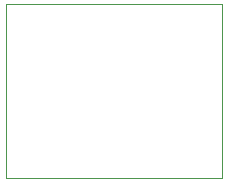
<source format=gko>
G04 #@! TF.GenerationSoftware,KiCad,Pcbnew,(5.1.0-1558-g0ba0c1724)*
G04 #@! TF.CreationDate,2019-11-25T19:03:30-08:00*
G04 #@! TF.ProjectId,MP-Power,4d502d50-6f77-4657-922e-6b696361645f,rev?*
G04 #@! TF.SameCoordinates,Original*
G04 #@! TF.FileFunction,Profile,NP*
%FSLAX46Y46*%
G04 Gerber Fmt 4.6, Leading zero omitted, Abs format (unit mm)*
G04 Created by KiCad (PCBNEW (5.1.0-1558-g0ba0c1724)) date 2019-11-25 19:03:30*
%MOMM*%
%LPD*%
G04 APERTURE LIST*
%ADD10C,0.050000*%
G04 APERTURE END LIST*
D10*
X107500000Y-87000000D02*
X107500000Y-72250000D01*
X125800000Y-87000000D02*
X107500000Y-87000000D01*
X125800000Y-72250000D02*
X125800000Y-87000000D01*
X107500000Y-72250000D02*
X125800000Y-72250000D01*
M02*

</source>
